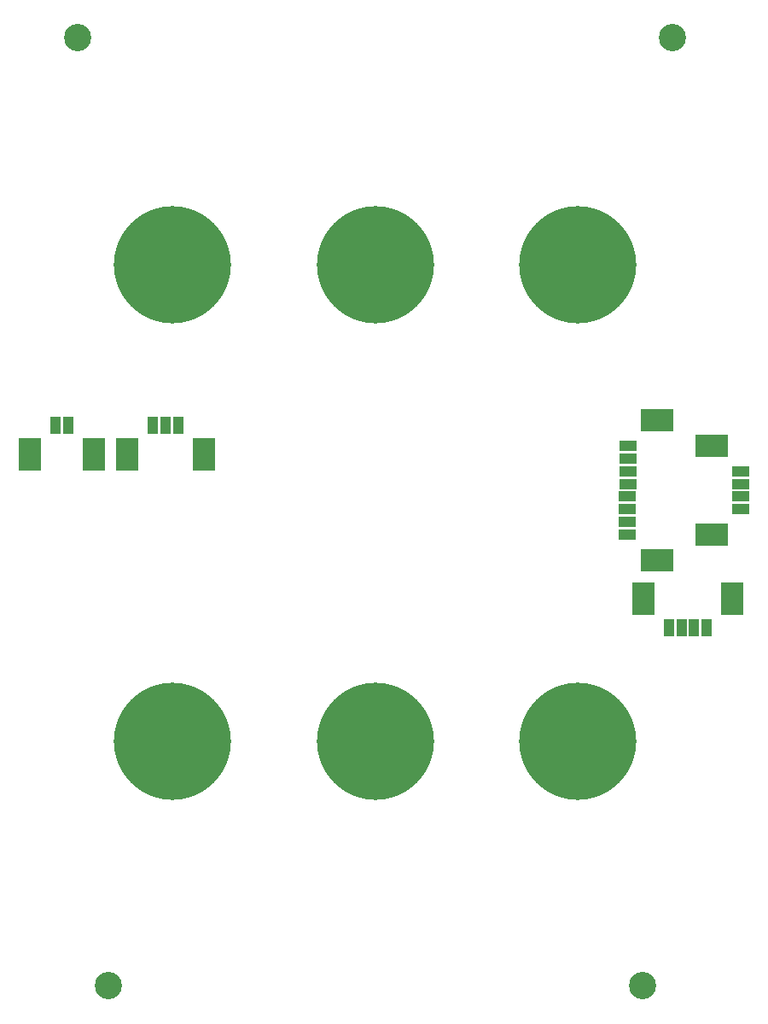
<source format=gbs>
G04*
G04 #@! TF.GenerationSoftware,Altium Limited,Altium Designer,18.1.9 (240)*
G04*
G04 Layer_Color=16711935*
%FSLAX25Y25*%
%MOIN*%
G70*
G01*
G75*
%ADD27C,0.10642*%
%ADD28C,0.45800*%
%ADD41R,0.03950X0.07099*%
%ADD42R,0.09068X0.12611*%
%ADD43R,0.07099X0.03950*%
%ADD44R,0.12611X0.09068*%
D27*
X267717Y10043D02*
D03*
X59055Y10043D02*
D03*
X279527Y380122D02*
D03*
X47244D02*
D03*
D28*
X242535Y105663D02*
D03*
X163323D02*
D03*
X84114D02*
D03*
X242533Y291663D02*
D03*
X163323D02*
D03*
X84112D02*
D03*
D41*
X292882Y149791D02*
D03*
X278118Y149791D02*
D03*
X283039D02*
D03*
X287961D02*
D03*
X38539Y228917D02*
D03*
X43461D02*
D03*
X86461Y228917D02*
D03*
X81539D02*
D03*
X76618D02*
D03*
D42*
X302921Y161209D02*
D03*
X268079D02*
D03*
X53500Y217500D02*
D03*
X28500Y217500D02*
D03*
X66579Y217500D02*
D03*
X96500D02*
D03*
D43*
X306209Y210882D02*
D03*
X306209Y196118D02*
D03*
Y201039D02*
D03*
Y205961D02*
D03*
X262057Y205961D02*
D03*
X262057Y210882D02*
D03*
Y215803D02*
D03*
Y220724D02*
D03*
X261959Y201039D02*
D03*
Y196118D02*
D03*
Y191197D02*
D03*
Y186276D02*
D03*
D44*
X294791Y220921D02*
D03*
Y186079D02*
D03*
X273474Y230764D02*
D03*
Y176236D02*
D03*
M02*

</source>
